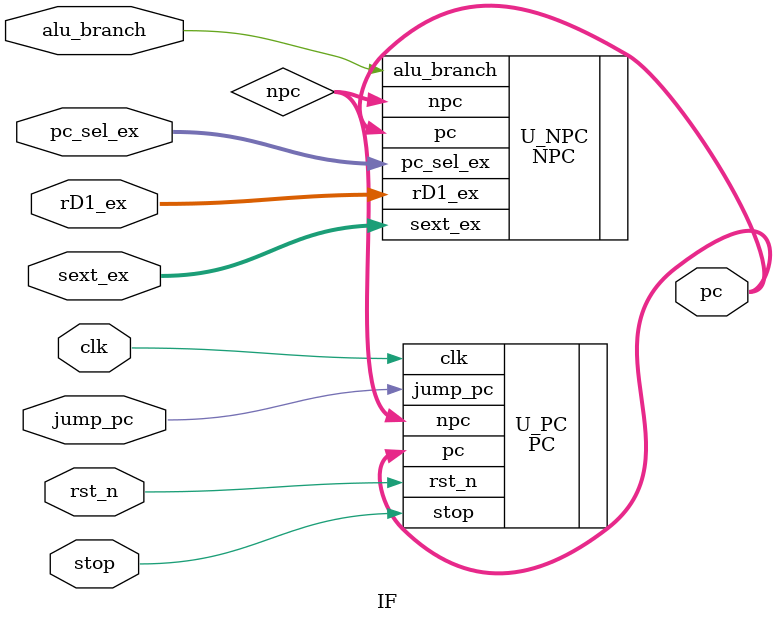
<source format=v>
`timescale 1ns / 1ps


module IF(
    input clk,
    input rst_n,
    input stop,
    input jump_pc,
    input alu_branch,  
    input [1:0] pc_sel_ex, 
    input [31:0] sext_ex, 
    input [31:0] rD1_ex,
    output reg [31:0] pc
    );
    
    reg [31:0] npc;
    
    PC U_PC(
        .clk(clk),
        .rst_n(rst_n),
        .stop(stop),
        .jump_pc(jump_pc),
        .npc(npc),
        .pc(pc)
    ); 
    
    
    
    NPC U_NPC(
        .alu_branch(alu_branch),
        .pc_sel_ex(pc_sel_ex),
        .pc(pc),
        .sext_ex(sext_ex),
        .rD1_ex(rD1_ex),
        .npc(npc)
    );
    
endmodule

</source>
